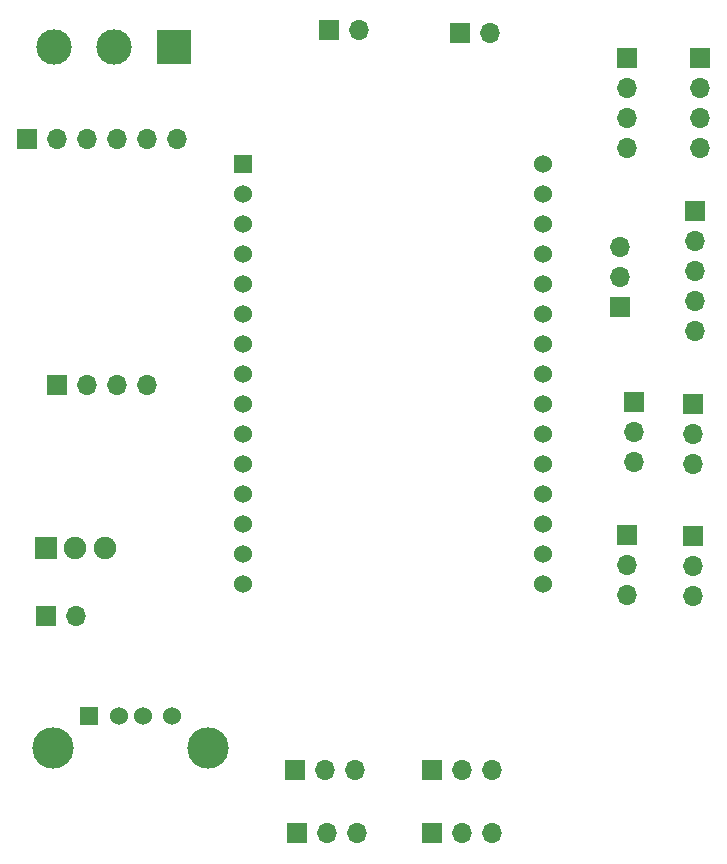
<source format=gbr>
%TF.GenerationSoftware,KiCad,Pcbnew,(6.0.1)*%
%TF.CreationDate,2022-04-27T12:01:47-05:00*%
%TF.ProjectId,RemotePet,52656d6f-7465-4506-9574-2e6b69636164,rev?*%
%TF.SameCoordinates,Original*%
%TF.FileFunction,Soldermask,Bot*%
%TF.FilePolarity,Negative*%
%FSLAX46Y46*%
G04 Gerber Fmt 4.6, Leading zero omitted, Abs format (unit mm)*
G04 Created by KiCad (PCBNEW (6.0.1)) date 2022-04-27 12:01:47*
%MOMM*%
%LPD*%
G01*
G04 APERTURE LIST*
%ADD10R,1.524000X1.524000*%
%ADD11C,1.524000*%
%ADD12R,1.700000X1.700000*%
%ADD13O,1.700000X1.700000*%
%ADD14R,3.000000X3.000000*%
%ADD15C,3.000000*%
%ADD16R,1.900000X1.900000*%
%ADD17C,1.900000*%
%ADD18C,3.500000*%
G04 APERTURE END LIST*
D10*
%TO.C,U1*%
X122325000Y-70065000D03*
D11*
X122325000Y-72605000D03*
X122325000Y-75145000D03*
X122325000Y-77685000D03*
X122325000Y-80225000D03*
X122325000Y-82765000D03*
X122325000Y-85305000D03*
X122325000Y-87845000D03*
X122325000Y-90385000D03*
X122325000Y-92925000D03*
X122325000Y-95465000D03*
X122325000Y-98005000D03*
X122325000Y-100545000D03*
X122325000Y-103085000D03*
X122325000Y-105625000D03*
X147725000Y-105625000D03*
X147725000Y-103085000D03*
X147725000Y-100545000D03*
X147725000Y-98005000D03*
X147725000Y-95465000D03*
X147725000Y-92925000D03*
X147725000Y-90385000D03*
X147725000Y-87845000D03*
X147725000Y-85305000D03*
X147725000Y-82765000D03*
X147725000Y-80225000D03*
X147725000Y-77685000D03*
X147725000Y-75145000D03*
X147725000Y-72605000D03*
X147725000Y-70065000D03*
%TD*%
D12*
%TO.C,conn_alimentacion1*%
X105660000Y-108400000D03*
D13*
X108200000Y-108400000D03*
%TD*%
D12*
%TO.C,ServoWater1*%
X160400000Y-90400000D03*
D13*
X160400000Y-92940000D03*
X160400000Y-95480000D03*
%TD*%
D14*
%TO.C,Screw1*%
X116480000Y-60200000D03*
D15*
X111400000Y-60200000D03*
X106320000Y-60200000D03*
%TD*%
D12*
%TO.C,ServoWater2*%
X155425000Y-90275000D03*
D13*
X155425000Y-92815000D03*
X155425000Y-95355000D03*
%TD*%
D16*
%TO.C,S1*%
X105600000Y-102600000D03*
D17*
X108100000Y-102600000D03*
X110600000Y-102600000D03*
%TD*%
D12*
%TO.C,WaterS1*%
X138275000Y-126775000D03*
D13*
X140815000Y-126775000D03*
X143355000Y-126775000D03*
%TD*%
D12*
%TO.C,U2*%
X104050000Y-68015000D03*
D13*
X106590000Y-68015000D03*
X109130000Y-68015000D03*
X111670000Y-68015000D03*
X114210000Y-68015000D03*
X116750000Y-68015000D03*
D12*
X106560000Y-88805000D03*
D13*
X109100000Y-88805000D03*
X111640000Y-88805000D03*
X114180000Y-88805000D03*
%TD*%
D12*
%TO.C,WaterS2*%
X138275000Y-121400000D03*
D13*
X140815000Y-121400000D03*
X143355000Y-121400000D03*
%TD*%
D12*
%TO.C,ServoFood2*%
X154825000Y-101475000D03*
D13*
X154825000Y-104015000D03*
X154825000Y-106555000D03*
%TD*%
D12*
%TO.C,Esp32Cam1*%
X129550000Y-58775000D03*
D13*
X132090000Y-58775000D03*
%TD*%
D12*
%TO.C,ServoFood1*%
X160400000Y-101625000D03*
D13*
X160400000Y-104165000D03*
X160400000Y-106705000D03*
%TD*%
D12*
%TO.C,Infrarroj6*%
X161000000Y-61120000D03*
D13*
X161000000Y-63660000D03*
X161000000Y-66200000D03*
X161000000Y-68740000D03*
%TD*%
D12*
%TO.C,Esp32*%
X140660000Y-58975000D03*
D13*
X143200000Y-58975000D03*
%TD*%
D12*
%TO.C,DispOled1*%
X154825000Y-61120000D03*
D13*
X154825000Y-63660000D03*
X154825000Y-66200000D03*
X154825000Y-68740000D03*
%TD*%
D12*
%TO.C,MotionS1*%
X154200000Y-82200000D03*
D13*
X154200000Y-79660000D03*
X154200000Y-77120000D03*
%TD*%
D10*
%TO.C,USB1*%
X109300000Y-116800000D03*
D11*
X111800000Y-116800000D03*
X113800000Y-116800000D03*
X116300000Y-116800000D03*
D18*
X119370000Y-119510000D03*
X106230000Y-119510000D03*
%TD*%
D12*
%TO.C,SensorSharp2*%
X126720000Y-121400000D03*
D13*
X129260000Y-121400000D03*
X131800000Y-121400000D03*
%TD*%
D12*
%TO.C,SensorSharp1*%
X126875000Y-126775000D03*
D13*
X129415000Y-126775000D03*
X131955000Y-126775000D03*
%TD*%
D12*
%TO.C,U6*%
X160600000Y-74100000D03*
D13*
X160600000Y-76640000D03*
X160600000Y-79180000D03*
X160600000Y-81720000D03*
X160600000Y-84260000D03*
%TD*%
M02*

</source>
